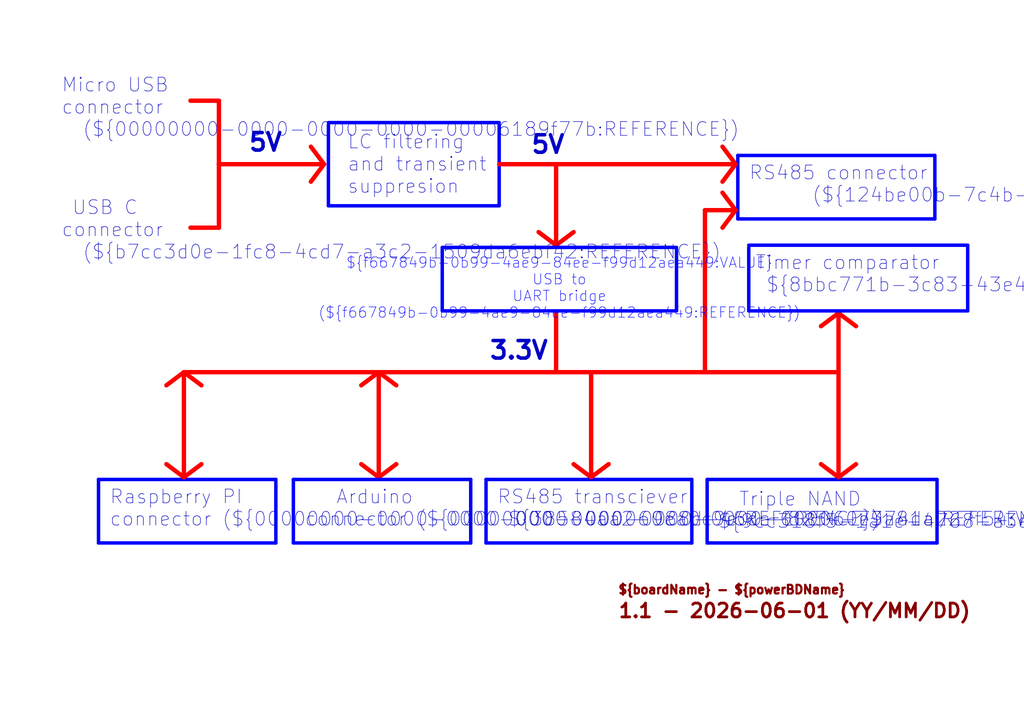
<source format=kicad_sch>
(kicad_sch
	(version 20231120)
	(generator "eeschema")
	(generator_version "8.0")
	(uuid "55f62029-af66-4168-97aa-c791fab7ce0f")
	(paper "A4")
	(title_block
		(title "${boardName} - ${powerBDName}")
		(date "2025-06-06")
		(rev "1.1")
	)
	(lib_symbols)
	(polyline
		(pts
			(xy 213.36 60.96) (xy 209.55 66.04)
		)
		(stroke
			(width 1.27)
			(type solid)
			(color 255 0 0 1)
		)
		(uuid "01d451ec-59f2-4c17-a10a-5117ef50e422")
	)
	(polyline
		(pts
			(xy 53.34 107.95) (xy 53.34 138.43)
		)
		(stroke
			(width 1.27)
			(type solid)
			(color 255 0 0 1)
		)
		(uuid "085685c5-6751-4baf-a33a-f879e2e5de99")
	)
	(polyline
		(pts
			(xy 58.42 134.62) (xy 53.34 138.43)
		)
		(stroke
			(width 1.27)
			(type solid)
			(color 255 0 0 1)
		)
		(uuid "0b985733-b8b5-4656-afbf-e9d3a55f400c")
	)
	(polyline
		(pts
			(xy 243.205 90.805) (xy 248.285 94.615)
		)
		(stroke
			(width 1.27)
			(type solid)
			(color 255 0 0 1)
		)
		(uuid "0cdda728-dfa7-48c8-9051-af511b311cfe")
	)
	(polyline
		(pts
			(xy 140.97 139.065) (xy 140.97 157.48)
		)
		(stroke
			(width 1)
			(type solid)
			(color 0 0 255 1)
		)
		(uuid "12fa36bd-3d65-49e2-b46b-d913da3352e6")
	)
	(polyline
		(pts
			(xy 280.67 90.17) (xy 217.17 90.17)
		)
		(stroke
			(width 1)
			(type solid)
			(color 0 0 255 1)
		)
		(uuid "13c05f3e-2f36-402c-b895-0da438eb3a83")
	)
	(polyline
		(pts
			(xy 63.5 66.04) (xy 63.5 47.625)
		)
		(stroke
			(width 1.27)
			(type solid)
			(color 255 0 0 1)
		)
		(uuid "1d0046e2-5d02-42c2-a54e-15153cab3dc2")
	)
	(polyline
		(pts
			(xy 144.78 59.69) (xy 95.25 59.69)
		)
		(stroke
			(width 1)
			(type solid)
			(color 0 0 255 1)
		)
		(uuid "1d2b9cce-d040-43aa-81c9-3ccf0afa02c1")
	)
	(polyline
		(pts
			(xy 271.78 157.48) (xy 205.105 157.48)
		)
		(stroke
			(width 1)
			(type solid)
			(color 0 0 255 1)
		)
		(uuid "22d3de6e-f5fa-49d6-9961-3ba1b07324b6")
	)
	(polyline
		(pts
			(xy 176.53 134.62) (xy 171.45 138.43)
		)
		(stroke
			(width 1.27)
			(type solid)
			(color 255 0 0 1)
		)
		(uuid "248e3f06-ec57-49b5-a9d3-907dc14c8160")
	)
	(polyline
		(pts
			(xy 171.45 138.43) (xy 166.37 134.62)
		)
		(stroke
			(width 1.27)
			(type solid)
			(color 255 0 0 1)
		)
		(uuid "2af7c999-a87e-4f84-8ec2-e537b2e7801c")
	)
	(polyline
		(pts
			(xy 213.995 45.085) (xy 213.995 63.5)
		)
		(stroke
			(width 1)
			(type solid)
			(color 0 0 255 1)
		)
		(uuid "3a10cc6e-fe01-4929-928a-966152fcf890")
	)
	(polyline
		(pts
			(xy 238.125 94.615) (xy 243.205 90.805)
		)
		(stroke
			(width 1.27)
			(type solid)
			(color 255 0 0 1)
		)
		(uuid "3b08d156-8a50-4896-b61c-cb221f062131")
	)
	(polyline
		(pts
			(xy 93.98 47.625) (xy 90.17 52.705)
		)
		(stroke
			(width 1.27)
			(type solid)
			(color 255 0 0 1)
		)
		(uuid "3f93173f-34ab-4df6-95ad-5e4b1ff09b7e")
	)
	(polyline
		(pts
			(xy 217.17 71.755) (xy 217.17 90.17)
		)
		(stroke
			(width 1)
			(type solid)
			(color 0 0 255 1)
		)
		(uuid "3fdf7908-57de-4f75-81b8-bf99290089e2")
	)
	(polyline
		(pts
			(xy 55.245 29.21) (xy 63.5 29.21)
		)
		(stroke
			(width 1.27)
			(type solid)
			(color 255 0 0 1)
		)
		(uuid "43945d55-1504-4220-a699-ea9e25368acd")
	)
	(polyline
		(pts
			(xy 136.525 139.065) (xy 85.09 139.065)
		)
		(stroke
			(width 1)
			(type solid)
			(color 0 0 255 1)
		)
		(uuid "44f717f4-6520-409b-b8ab-6d203b2217a4")
	)
	(polyline
		(pts
			(xy 136.525 157.48) (xy 85.09 157.48)
		)
		(stroke
			(width 1)
			(type solid)
			(color 0 0 255 1)
		)
		(uuid "48ab9f4a-76fa-4eee-aad6-9dc718f3a471")
	)
	(polyline
		(pts
			(xy 80.01 139.065) (xy 80.01 157.48)
		)
		(stroke
			(width 1)
			(type solid)
			(color 0 0 255 1)
		)
		(uuid "4a0c302d-0d7a-43fc-b762-388be0fc7636")
	)
	(polyline
		(pts
			(xy 209.55 42.545) (xy 213.36 47.625)
		)
		(stroke
			(width 1.27)
			(type solid)
			(color 255 0 0 1)
		)
		(uuid "4e0aa253-b5e7-441f-9e58-bd323d5d9fa8")
	)
	(polyline
		(pts
			(xy 166.37 67.31) (xy 161.29 71.12)
		)
		(stroke
			(width 1.27)
			(type solid)
			(color 255 0 0 1)
		)
		(uuid "4e599289-9966-4b0b-b915-9932b4bb396a")
	)
	(polyline
		(pts
			(xy 95.25 35.56) (xy 144.78 35.56)
		)
		(stroke
			(width 1)
			(type solid)
			(color 0 0 255 1)
		)
		(uuid "5cf75a6f-3b85-4ae2-8626-a7135c3defca")
	)
	(polyline
		(pts
			(xy 200.66 139.065) (xy 140.97 139.065)
		)
		(stroke
			(width 1)
			(type solid)
			(color 0 0 255 1)
		)
		(uuid "5d136e0e-407d-45f8-9954-62f5a82c9e6c")
	)
	(polyline
		(pts
			(xy 280.67 71.12) (xy 217.17 71.12)
		)
		(stroke
			(width 1)
			(type solid)
			(color 0 0 255 1)
		)
		(uuid "5d6ffbe3-a7ce-4a1e-8cd1-1a9e42bbbf92")
	)
	(polyline
		(pts
			(xy 114.935 134.62) (xy 109.855 138.43)
		)
		(stroke
			(width 1.27)
			(type solid)
			(color 255 0 0 1)
		)
		(uuid "5dba3759-edcc-4fc0-ae3d-511a20ae78c7")
	)
	(polyline
		(pts
			(xy 213.995 45.085) (xy 271.145 45.085)
		)
		(stroke
			(width 1)
			(type solid)
			(color 0 0 255 1)
		)
		(uuid "642e0805-f35d-4a57-b52f-dc347db87995")
	)
	(polyline
		(pts
			(xy 109.855 107.95) (xy 109.855 138.43)
		)
		(stroke
			(width 1.27)
			(type solid)
			(color 255 0 0 1)
		)
		(uuid "68466fbd-4435-4ba0-8614-5e5753c2829e")
	)
	(polyline
		(pts
			(xy 90.17 42.545) (xy 93.98 47.625)
		)
		(stroke
			(width 1.27)
			(type solid)
			(color 255 0 0 1)
		)
		(uuid "692f40b7-3958-4f12-ae26-34811888a63c")
	)
	(polyline
		(pts
			(xy 248.285 134.62) (xy 243.205 138.43)
		)
		(stroke
			(width 1.27)
			(type solid)
			(color 255 0 0 1)
		)
		(uuid "6b56cb8e-cc4b-4db0-93a7-5fce37de6850")
	)
	(polyline
		(pts
			(xy 48.26 111.76) (xy 53.34 107.95)
		)
		(stroke
			(width 1.27)
			(type solid)
			(color 255 0 0 1)
		)
		(uuid "6f080e9f-d800-424e-adae-ada67fd38ecc")
	)
	(polyline
		(pts
			(xy 205.105 139.065) (xy 205.105 157.48)
		)
		(stroke
			(width 1)
			(type solid)
			(color 0 0 255 1)
		)
		(uuid "70d83da3-7fa4-472a-bbd3-3d19ca987773")
	)
	(polyline
		(pts
			(xy 161.29 47.625) (xy 161.29 71.12)
		)
		(stroke
			(width 1.27)
			(type solid)
			(color 255 0 0 1)
		)
		(uuid "71acf259-ba66-4572-8bb4-f4bc4e190546")
	)
	(polyline
		(pts
			(xy 104.775 111.76) (xy 109.855 107.95)
		)
		(stroke
			(width 1.27)
			(type solid)
			(color 255 0 0 1)
		)
		(uuid "74144170-141e-420d-b176-1140fb597374")
	)
	(polyline
		(pts
			(xy 53.34 138.43) (xy 48.26 134.62)
		)
		(stroke
			(width 1.27)
			(type solid)
			(color 255 0 0 1)
		)
		(uuid "75a252a4-f45d-4491-94cb-2160d96e03dc")
	)
	(polyline
		(pts
			(xy 209.55 55.88) (xy 213.36 60.96)
		)
		(stroke
			(width 1.27)
			(type solid)
			(color 255 0 0 1)
		)
		(uuid "796137af-e865-40cf-85ae-cb9be82a27d7")
	)
	(polyline
		(pts
			(xy 109.855 138.43) (xy 104.775 134.62)
		)
		(stroke
			(width 1.27)
			(type solid)
			(color 255 0 0 1)
		)
		(uuid "81ede48f-1f96-4172-89de-7b521308a5bd")
	)
	(polyline
		(pts
			(xy 63.5 29.21) (xy 63.5 47.625)
		)
		(stroke
			(width 1.27)
			(type solid)
			(color 255 0 0 1)
		)
		(uuid "902ee363-eb20-4aa5-a83a-df1afab3ffa6")
	)
	(polyline
		(pts
			(xy 63.5 66.04) (xy 55.245 66.04)
		)
		(stroke
			(width 1.27)
			(type solid)
			(color 255 0 0 1)
		)
		(uuid "924546f4-85dc-427e-85d0-dfb3f21de950")
	)
	(polyline
		(pts
			(xy 53.34 107.95) (xy 243.205 107.95)
		)
		(stroke
			(width 1.27)
			(type solid)
			(color 255 0 0 1)
		)
		(uuid "99af056a-10b4-4ac3-80a5-efad848b0c99")
	)
	(polyline
		(pts
			(xy 109.855 107.95) (xy 114.935 111.76)
		)
		(stroke
			(width 1.27)
			(type solid)
			(color 255 0 0 1)
		)
		(uuid "9a0e9735-dc0f-48c3-a3e4-09bcf042562b")
	)
	(polyline
		(pts
			(xy 28.575 139.065) (xy 28.575 157.48)
		)
		(stroke
			(width 1)
			(type solid)
			(color 0 0 255 1)
		)
		(uuid "9d207e1f-d3b3-4cfc-8922-ae388d4dcb19")
	)
	(polyline
		(pts
			(xy 271.145 63.5) (xy 213.995 63.5)
		)
		(stroke
			(width 1)
			(type solid)
			(color 0 0 255 1)
		)
		(uuid "a27a7218-93cc-4e18-a4c3-b1b33b2c8e52")
	)
	(polyline
		(pts
			(xy 85.09 139.065) (xy 85.09 157.48)
		)
		(stroke
			(width 1)
			(type solid)
			(color 0 0 255 1)
		)
		(uuid "a7c8b6ec-6cea-4532-96a2-c901756b5450")
	)
	(polyline
		(pts
			(xy 271.145 45.085) (xy 271.145 63.5)
		)
		(stroke
			(width 1)
			(type solid)
			(color 0 0 255 1)
		)
		(uuid "ad77adca-585d-4953-baeb-ecb8caa0f606")
	)
	(polyline
		(pts
			(xy 271.78 139.065) (xy 271.78 157.48)
		)
		(stroke
			(width 1)
			(type solid)
			(color 0 0 255 1)
		)
		(uuid "b04ddda1-0888-4bd2-9bc0-40171474a73e")
	)
	(polyline
		(pts
			(xy 53.34 107.95) (xy 58.42 111.76)
		)
		(stroke
			(width 1.27)
			(type solid)
			(color 255 0 0 1)
		)
		(uuid "b0c4ede3-674d-4c78-be34-0dea2821fb3d")
	)
	(polyline
		(pts
			(xy 271.78 139.065) (xy 205.105 139.065)
		)
		(stroke
			(width 1)
			(type solid)
			(color 0 0 255 1)
		)
		(uuid "b4c11f9b-bf3f-4d58-ba78-8f726ad54552")
	)
	(polyline
		(pts
			(xy 80.01 157.48) (xy 28.575 157.48)
		)
		(stroke
			(width 1)
			(type solid)
			(color 0 0 255 1)
		)
		(uuid "ba435a38-338f-4480-b995-80ae8e774fbc")
	)
	(polyline
		(pts
			(xy 171.45 107.95) (xy 171.45 138.43)
		)
		(stroke
			(width 1.27)
			(type solid)
			(color 255 0 0 1)
		)
		(uuid "bef190c3-62cf-4e40-b4ea-2ed4d0642934")
	)
	(polyline
		(pts
			(xy 200.66 139.065) (xy 200.66 157.48)
		)
		(stroke
			(width 1)
			(type solid)
			(color 0 0 255 1)
		)
		(uuid "c0fd611c-d49d-4d6b-b8f1-040c2b79dc01")
	)
	(polyline
		(pts
			(xy 213.36 47.625) (xy 209.55 52.705)
		)
		(stroke
			(width 1.27)
			(type solid)
			(color 255 0 0 1)
		)
		(uuid "c2ebf401-2f69-4b6c-b20d-52308d208d89")
	)
	(polyline
		(pts
			(xy 280.67 71.12) (xy 280.67 90.17)
		)
		(stroke
			(width 1)
			(type solid)
			(color 0 0 255 1)
		)
		(uuid "cbcfcde7-e817-4502-9560-18b4c6934a70")
	)
	(polyline
		(pts
			(xy 204.47 60.96) (xy 212.725 60.96)
		)
		(stroke
			(width 1.27)
			(type solid)
			(color 255 0 0 1)
		)
		(uuid "d88f5348-c22f-4326-8c4e-ab4bfb7ee7a9")
	)
	(polyline
		(pts
			(xy 144.78 47.625) (xy 212.725 47.625)
		)
		(stroke
			(width 1.27)
			(type solid)
			(color 255 0 0 1)
		)
		(uuid "d8a8e939-f191-4b22-a98c-8bf54d8622ba")
	)
	(polyline
		(pts
			(xy 243.205 90.805) (xy 243.205 138.43)
		)
		(stroke
			(width 1.27)
			(type solid)
			(color 255 0 0 1)
		)
		(uuid "da65627a-165b-4042-ae59-23a11efa84de")
	)
	(polyline
		(pts
			(xy 144.78 36.195) (xy 144.78 59.69)
		)
		(stroke
			(width 1)
			(type solid)
			(color 0 0 255 1)
		)
		(uuid "db8567cb-8f48-4bd0-af4d-2ae890a432a3")
	)
	(polyline
		(pts
			(xy 161.29 71.12) (xy 156.21 67.31)
		)
		(stroke
			(width 1.27)
			(type solid)
			(color 255 0 0 1)
		)
		(uuid "dc8490a0-d701-4c34-ac2e-5cec9693590e")
	)
	(polyline
		(pts
			(xy 80.01 139.065) (xy 28.575 139.065)
		)
		(stroke
			(width 1)
			(type solid)
			(color 0 0 255 1)
		)
		(uuid "e0653468-32ea-445a-960c-52d2cf4fd3cd")
	)
	(polyline
		(pts
			(xy 161.29 90.805) (xy 161.29 107.315)
		)
		(stroke
			(width 1.27)
			(type solid)
			(color 255 0 0 1)
		)
		(uuid "e2bd1a1f-29fb-4dda-8c23-09a672acce76")
	)
	(polyline
		(pts
			(xy 136.525 139.065) (xy 136.525 157.48)
		)
		(stroke
			(width 1)
			(type solid)
			(color 0 0 255 1)
		)
		(uuid "e5946e52-7ffb-419c-b498-1bb6e567cc84")
	)
	(polyline
		(pts
			(xy 204.47 107.315) (xy 204.47 60.96)
		)
		(stroke
			(width 1.27)
			(type solid)
			(color 255 0 0 1)
		)
		(uuid "e8e03390-ca44-4274-a26b-0d1bd27e22e6")
	)
	(polyline
		(pts
			(xy 243.205 138.43) (xy 238.125 134.62)
		)
		(stroke
			(width 1.27)
			(type solid)
			(color 255 0 0 1)
		)
		(uuid "eb12e2ee-ebab-4fd4-99f6-83c7f8d224ec")
	)
	(polyline
		(pts
			(xy 63.5 47.625) (xy 93.98 47.625)
		)
		(stroke
			(width 1.27)
			(type solid)
			(color 255 0 0 1)
		)
		(uuid "ebb9d6f3-11f5-4d82-8714-44e09b230d82")
	)
	(polyline
		(pts
			(xy 200.66 157.48) (xy 140.97 157.48)
		)
		(stroke
			(width 1)
			(type solid)
			(color 0 0 255 1)
		)
		(uuid "f3213b18-753f-48b6-ac05-884685c36f42")
	)
	(polyline
		(pts
			(xy 95.25 36.195) (xy 95.25 59.69)
		)
		(stroke
			(width 1)
			(type solid)
			(color 0 0 255 1)
		)
		(uuid "fd160541-75e8-46b5-a6f2-b98d6b30924a")
	)
	(text_box " ${f667849b-0b99-4ae9-84ee-f99d12aea449:VALUE} USB to\nUART bridge (${f667849b-0b99-4ae9-84ee-f99d12aea449:REFERENCE})"
		(exclude_from_sim no)
		(at 128.27 71.755 0)
		(size 67.945 18.415)
		(stroke
			(width 1)
			(type default)
			(color 0 0 255 1)
		)
		(fill
			(type none)
		)
		(effects
			(font
				(size 3 3)
				(color 0 0 255 1)
			)
		)
		(uuid "8ea1679a-0559-4052-9bb0-e3c52c2a1395")
	)
	(text "5V"
		(exclude_from_sim no)
		(at 71.755 44.45 0)
		(effects
			(font
				(size 5.08 5.08)
				(thickness 1.016)
				(bold yes)
			)
			(justify left bottom)
		)
		(uuid "01bd0fb0-85c4-408a-b875-bf7b3d64975b")
	)
	(text "   Arduino\nconnector (${00000000-0000-0000-0000-000060e9a81a:REFERENCE})"
		(exclude_from_sim no)
		(at 88.265 153.035 0)
		(effects
			(font
				(size 4 4)
			)
			(justify left bottom)
		)
		(uuid "1c632476-dcdc-4881-90b6-ff850f5052c3")
	)
	(text "RS485 connector\n      (${124be00b-7c4b-44a1-ac37-f5e21129a574:REFERENCE})"
		(exclude_from_sim no)
		(at 217.17 59.055 0)
		(effects
			(font
				(size 4 4)
			)
			(justify left bottom)
		)
		(uuid "205cd213-894f-4127-9171-f75a5e5a1436")
	)
	(text "   Triple NAND\n ${9cc318f5-1a1e-4768-a3e4-faa81f67e5b1:VALUE} (${9cc318f5-1a1e-4768-a3e4-faa81f67e5b1:REFERENCE})"
		(exclude_from_sim no)
		(at 205.105 153.67 0)
		(effects
			(font
				(size 4 4)
			)
			(justify left bottom)
		)
		(uuid "39381a60-099d-46ea-9bdc-9fd7b756831a")
	)
	(text "Raspberry PI\nconnector (${00000000-0000-0000-0000-000060ea0c9e:REFERENCE})"
		(exclude_from_sim no)
		(at 31.75 153.035 0)
		(effects
			(font
				(size 4 4)
			)
			(justify left bottom)
		)
		(uuid "4f570829-e0e8-4bac-9c8d-6c05a7cb43db")
	)
	(text "RS485 transciever\n ${38584aa2-988d-46de-8254-7374da227f54:VALUE} (${38584aa2-988d-46de-8254-7374da227f54:REFERENCE})"
		(exclude_from_sim no)
		(at 144.145 153.035 0)
		(effects
			(font
				(size 4 4)
			)
			(justify left bottom)
		)
		(uuid "576acec7-f6b0-4579-afb7-766779c47a4e")
	)
	(text "  LC filtering\n  and transient \n  suppresion"
		(exclude_from_sim no)
		(at 94.615 56.515 0)
		(effects
			(font
				(size 4 4)
			)
			(justify left bottom)
		)
		(uuid "63b2b021-2b26-4ce9-ac72-95826763c85e")
	)
	(text "${REVISION} - ${CURRENT_DATE} (YY/MM/DD)"
		(exclude_from_sim no)
		(at 179.07 179.705 0)
		(effects
			(font
				(size 4 4)
				(thickness 0.8)
				(bold yes)
				(color 132 0 0 1)
			)
			(justify left bottom)
		)
		(uuid "6ff7fa76-116a-47a2-85ab-3789a5f6b718")
	)
	(text " USB C\nconnector\n  (${b7cc3d0e-1fc8-4cd7-a3c2-1509da6ebf42:REFERENCE})"
		(exclude_from_sim no)
		(at 17.78 75.565 0)
		(effects
			(font
				(size 4 4)
			)
			(justify left bottom)
		)
		(uuid "76d987bd-d992-4ef5-a15f-82353a93af41")
	)
	(text "5V"
		(exclude_from_sim no)
		(at 153.67 45.085 0)
		(effects
			(font
				(size 5.08 5.08)
				(thickness 1.016)
				(bold yes)
			)
			(justify left bottom)
		)
		(uuid "86d784be-5e01-4075-96cf-8f1d0d05bd76")
	)
	(text "Timer comparator\n ${8bbc771b-3c83-43e4-9319-f143e5621448:VALUE} (${8bbc771b-3c83-43e4-9319-f143e5621448:REFERENCE})"
		(exclude_from_sim no)
		(at 219.075 85.09 0)
		(effects
			(font
				(size 4 4)
			)
			(justify left bottom)
		)
		(uuid "8edb9323-02ef-40fb-a22e-4f606fef0617")
	)
	(text "${boardName} - ${powerBDName}"
		(exclude_from_sim no)
		(at 179.07 172.72 0)
		(effects
			(font
				(size 2.5 2.5)
				(thickness 0.8)
				(bold yes)
				(color 132 0 0 1)
			)
			(justify left bottom)
		)
		(uuid "98bd5e95-72ef-4c93-bc2c-515ff2cbb4c8")
	)
	(text "Micro USB\nconnector\n  (${00000000-0000-0000-0000-00006189f77b:REFERENCE})"
		(exclude_from_sim no)
		(at 17.78 40.005 0)
		(effects
			(font
				(size 4 4)
			)
			(justify left bottom)
		)
		(uuid "9a374510-5df5-4318-9a9c-3218d90a352c")
	)
	(text "3.3V"
		(exclude_from_sim no)
		(at 141.605 104.775 0)
		(effects
			(font
				(size 5.08 5.08)
				(thickness 1.016)
				(bold yes)
			)
			(justify left bottom)
		)
		(uuid "c1dc95c1-dce5-4cb6-ba5a-98ca22e349e6")
	)
)

</source>
